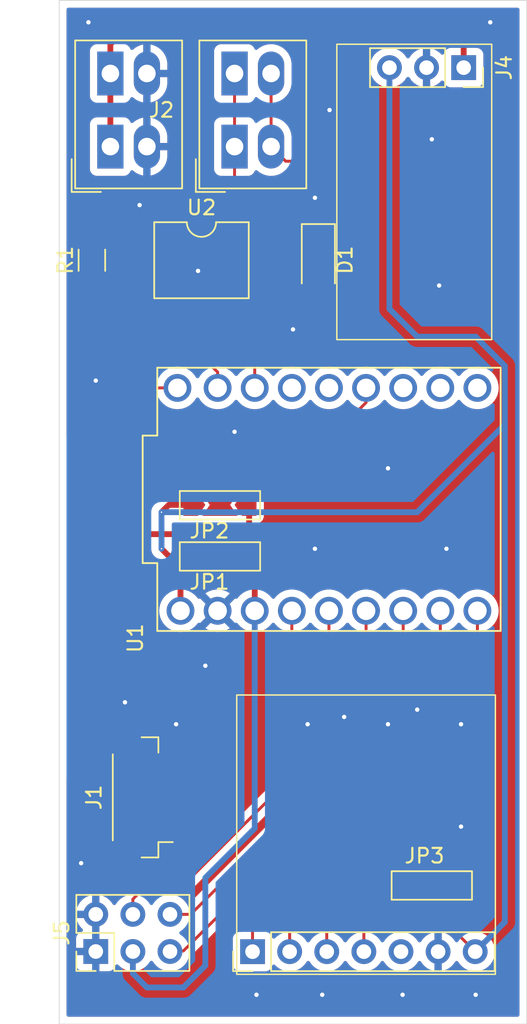
<source format=kicad_pcb>
(kicad_pcb (version 20240108) (generator "pcbnew") (generator_version "8.0")
  (layers (0 "F.Cu" signal) (31 "B.Cu" signal) (34 "B.Paste" user) (35 "F.Paste" user) (36 "B.SilkS" user "B.Silkscreen") (37 "F.SilkS" user "F.Silkscreen") (38 "B.Mask" user) (39 "F.Mask" user) (44 "Edge.Cuts" user))
  (net 0 "")
  (net 2 "Net-(J1-Pin_1)")
  (net 3 "Net-(J1-Pin_5)")
  (net 4 "Net-(J1-Pin_4)")
  (net 6 "/GND")
  (net 7 "/3v3")
  (net 8 "/5V")
  (net 9 "Net-(J1-Pin_3)")
  (net 10 "Net-(J1-Pin_6)")
  (net 11 "/24V")
  (net 12 "Net-(D1-A)")
  (net 13 "Net-(D1-K)")
  (net 14 "Net-(R1-Pad2)")
  (net 15 "Net-(U1-GPIO13)")
  (net 17 "Net-(J5-Pin_6)")
  (net 18 "Net-(J5-Pin_5)")
  (net 19 "Net-(J5-Pin_4)")
  (net 20 "Net-(J6-Pin_2)")
  (net 21 "Net-(J6-Pin_3)")
  (net 23 "Net-(J6-Pin_1)")
  (net 24 "Net-(J6-Pin_4)")
  (footprint "esp32kicadlibrary:MODULE_ESP32-S3_ZERO" (layer "F.Cu") (at 181.71 69.12 90)
    (property "Reference" "U1" (at -0.5 -1.5 90) (layer "F.SilkS"))
    (property "Value" "ESP32-S3_ZERO")
    (fp_line (start 13.36 -1) (end 4.64 -1) (stroke (width 0.127)) (layer "F.SilkS"))
    (fp_line (start 13.36 -1) (end 13.36 0) (stroke (width 0.127)) (layer "F.SilkS"))
    (fp_line (start 4.64 -1) (end 4.64 0) (stroke (width 0.127)) (layer "F.SilkS"))
    (fp_line (start 18 0) (end 13.36 0) (stroke (width 0.127)) (layer "F.SilkS"))
    (fp_line (start 4.64 0) (end 0 0) (stroke (width 0.127)) (layer "F.SilkS"))
    (fp_line (start 18 23.5) (end 18 0) (stroke (width 0.127)) (layer "F.SilkS"))
    (fp_line (start 18 23.5) (end 0 23.5) (stroke (width 0.127)) (layer "F.SilkS"))
    (fp_line (start 0 23.5) (end 0 0) (stroke (width 0.127)) (layer "F.SilkS"))
    (pad "1" thru_hole circle (at 1.38 9.21 90) (size 1.905 1.905) (drill 1.27) (layers "*.Cu" "*.Mask") (net 19 "Net-(J5-Pin_4)"))
    (pad "2" thru_hole circle (at 1.38 11.75 90) (size 1.905 1.905) (drill 1.27) (layers "*.Cu" "*.Mask") (net 17 "Net-(J5-Pin_6)"))
    (pad "3" thru_hole circle (at 1.38 14.29 90) (size 1.905 1.905) (drill 1.27) (layers "*.Cu" "*.Mask") (net 18 "Net-(J5-Pin_5)"))
    (pad "3.3" thru_hole circle (at 1.38 6.67 90) (size 1.905 1.905) (drill 1.27) (layers "*.Cu" "*.Mask") (net 7 "/3v3"))
    (pad "4" thru_hole circle (at 1.38 16.83 90) (size 1.905 1.905) (drill 1.27) (layers "*.Cu" "*.Mask") (net 23 "Net-(J6-Pin_1)"))
    (pad "5" thru_hole circle (at 1.38 19.37 90) (size 1.905 1.905) (drill 1.27) (layers "*.Cu" "*.Mask") (net 20 "Net-(J6-Pin_2)"))
    (pad "5V" thru_hole circle (at 1.38 1.59 90) (size 1.905 1.905) (drill 1.27) (layers "*.Cu" "*.Mask") (net 8 "/5V"))
    (pad "6" thru_hole circle (at 1.38 21.91 90) (size 1.905 1.905) (drill 1.27) (layers "*.Cu" "*.Mask") (net 21 "Net-(J6-Pin_3)"))
    (pad "7" thru_hole circle (at 16.62 21.91 90) (size 1.905 1.905) (drill 1.27) (layers "*.Cu" "*.Mask"))
    (pad "8" thru_hole circle (at 16.62 19.37 90) (size 1.905 1.905) (drill 1.27) (layers "*.Cu" "*.Mask"))
    (pad "9" thru_hole circle (at 16.62 16.83 90) (size 1.905 1.905) (drill 1.27) (layers "*.Cu" "*.Mask"))
    (pad "10" thru_hole circle (at 16.62 14.29 90) (size 1.905 1.905) (drill 1.27) (layers "*.Cu" "*.Mask") (net 3 "Net-(J1-Pin_5)"))
    (pad "11" thru_hole circle (at 16.62 11.75 90) (size 1.905 1.905) (drill 1.27) (layers "*.Cu" "*.Mask"))
    (pad "12" thru_hole circle (at 16.62 9.21 90) (size 1.905 1.905) (drill 1.27) (layers "*.Cu" "*.Mask"))
    (pad "13" thru_hole circle (at 16.62 6.67 90) (size 1.905 1.905) (drill 1.27) (layers "*.Cu" "*.Mask") (net 15 "Net-(U1-GPIO13)"))
    (pad "G" thru_hole circle (at 1.38 4.13 90) (size 1.905 1.905) (drill 1.27) (layers "*.Cu" "*.Mask") (net 6 "/GND"))
    (pad "RX" thru_hole circle (at 16.62 4.13 90) (size 1.905 1.905) (drill 1.27) (layers "*.Cu" "*.Mask") (net 9 "Net-(J1-Pin_3)"))
    (pad "TX" thru_hole circle (at 16.62 1.38 90) (size 1.905 1.905) (drill 1.27) (layers "*.Cu" "*.Mask") (net 4 "Net-(J1-Pin_4)"))
  )
  (footprint "Jumper:SolderJumper-3_P2.0mm_Open_TrianglePad1.0x1.5mm_NumberLabels" (layer "F.Cu") (at 200.5 86.5 180)
    (property "Reference" "JP3" (at 0.5 2 0) (layer "F.SilkS"))
    (property "Value" "SolderJumper_3_Open" (hide yes))
    (fp_line (start 2.75 0.95) (end -2.75 0.95) (stroke (width 0.12)) (layer "F.SilkS"))
    (fp_line (start 2.75 -1) (end 2.75 0.95) (stroke (width 0.12)) (layer "F.SilkS"))
    (fp_line (start -2.75 0.95) (end -2.75 -1) (stroke (width 0.12)) (layer "F.SilkS"))
    (fp_line (start -2.75 -1) (end 2.75 -1) (stroke (width 0.12)) (layer "F.SilkS"))
    (pad "1" smd custom (at -2 0 180) (size 0.3 0.3) (layers "F.Cu" "F.Mask") (net 8 "/5V") (options (clearance outline) (anchor rect)) (primitives (gr_poly (pts (xy 1 0) (xy 0.5 0.75) (xy -0.5 0.75) (xy -0.5 -0.75) (xy 0.5 -0.75)) (width 0) (fill yes))))
    (pad "2" smd custom (at 0 0 180) (size 0.3 0.3) (layers "F.Cu") (net 24 "Net-(J6-Pin_4)") (options (clearance outline) (anchor rect)) (primitives (gr_poly (pts (xy 0.7 0) (xy 1.2 0.75) (xy -1.2 0.75) (xy -0.7 0) (xy -1.2 -0.75) (xy 1.2 -0.75)) (width 0) (fill yes))))
    (pad "3" smd custom (at 2 0) (size 0.3 0.3) (layers "F.Cu" "F.Mask") (net 6 "/GND") (options (clearance outline) (anchor rect)) (primitives (gr_poly (pts (xy 1 0) (xy 0.5 0.75) (xy -0.5 0.75) (xy -0.5 -0.75) (xy 0.5 -0.75)) (width 0) (fill yes))))
  )
  (footprint "Connector_PinSocket_2.54mm:PinSocket_1x03_P2.54mm_Vertical" (layer "F.Cu") (at 202.68 30.6 -90)
    (property "Reference" "J4" (at 0 -2.77 90) (layer "F.SilkS"))
    (property "Value" "Conn_01x03_Pin")
    (fp_line (start -1.33 6.41) (end 1.33 6.41) (stroke (width 0.12)) (layer "F.SilkS"))
    (fp_line (start -1.33 1.27) (end -1.33 6.41) (stroke (width 0.12)) (layer "F.SilkS"))
    (fp_line (start -1.33 1.27) (end 1.33 1.27) (stroke (width 0.12)) (layer "F.SilkS"))
    (fp_line (start 1.33 1.27) (end 1.33 6.41) (stroke (width 0.12)) (layer "F.SilkS"))
    (fp_line (start 0 -1.33) (end 1.33 -1.33) (stroke (width 0.12)) (layer "F.SilkS"))
    (fp_line (start 1.33 -1.33) (end 1.33 0) (stroke (width 0.12)) (layer "F.SilkS"))
    (pad "1" thru_hole rect (at 0 0 270) (size 1.7 1.7) (drill 1) (layers "*.Cu" "*.Mask") (net 11 "/24V"))
    (pad "2" thru_hole oval (at 0 2.54 270) (size 1.7 1.7) (drill 1) (layers "*.Cu" "*.Mask") (net 6 "/GND"))
    (pad "3" thru_hole oval (at 0 5.08 270) (size 1.7 1.7) (drill 1) (layers "*.Cu" "*.Mask") (net 8 "/5V"))
  )
  (footprint "Resistor_SMD:R_1206_3216Metric_Pad1.30x1.75mm_HandSolder" (layer "F.Cu") (at 177.235 43.77 90)
    (property "Reference" "R1" (at 0 -1.82 90) (layer "F.SilkS"))
    (property "Value" "R")
    (fp_line (start -0.727064 -0.91) (end 0.727064 -0.91) (stroke (width 0.12)) (layer "F.SilkS"))
    (fp_line (start -0.727064 0.91) (end 0.727064 0.91) (stroke (width 0.12)) (layer "F.SilkS"))
    (pad "1" smd roundrect (at -1.55 0 90) (size 1.3 1.75) (layers "F.Cu" "F.Paste" "F.Mask") (roundrect_rratio 0.192308) (net 15 "Net-(U1-GPIO13)"))
    (pad "2" smd roundrect (at 1.55 0 90) (size 1.3 1.75) (layers "F.Cu" "F.Paste" "F.Mask") (roundrect_rratio 0.192308) (net 14 "Net-(R1-Pad2)"))
  )
  (footprint "Jumper:SolderJumper-3_P2.0mm_Open_TrianglePad1.0x1.5mm_NumberLabels" (layer "F.Cu") (at 186 60.5 180)
    (property "Reference" "JP2" (at 0.725 -1.775 360) (layer "F.SilkS"))
    (property "Value" "SolderJumper_3_Open")
    (fp_line (start 2.75 0.95) (end -2.75 0.95) (stroke (width 0.12)) (layer "F.SilkS"))
    (fp_line (start 2.75 -1) (end 2.75 0.95) (stroke (width 0.12)) (layer "F.SilkS"))
    (fp_line (start -2.75 0.95) (end -2.75 -1) (stroke (width 0.12)) (layer "F.SilkS"))
    (fp_line (start -2.75 -1) (end 2.75 -1) (stroke (width 0.12)) (layer "F.SilkS"))
    (pad "1" smd custom (at -2 0 180) (size 0.3 0.3) (layers "F.Cu" "F.Mask") (net 7 "/3v3") (options (clearance outline) (anchor rect)) (primitives (gr_poly (pts (xy 1 0) (xy 0.5 0.75) (xy -0.5 0.75) (xy -0.5 -0.75) (xy 0.5 -0.75)) (width 0) (fill yes))))
    (pad "2" smd custom (at 0 0 180) (size 0.3 0.3) (layers "F.Cu") (net 10 "Net-(J1-Pin_6)") (options (clearance outline) (anchor rect)) (primitives (gr_poly (pts (xy 0.7 0) (xy 1.2 0.75) (xy -1.2 0.75) (xy -0.7 0) (xy -1.2 -0.75) (xy 1.2 -0.75)) (width 0) (fill yes))))
    (pad "3" smd custom (at 2 0) (size 0.3 0.3) (layers "F.Cu" "F.Mask") (net 8 "/5V") (options (clearance outline) (anchor rect)) (primitives (gr_poly (pts (xy 1 0) (xy 0.5 0.75) (xy -0.5 0.75) (xy -0.5 -0.75) (xy 0.5 -0.75)) (width 0) (fill yes))))
  )
  (footprint "TerminalBlock_Phoenix:TerminalBlock_Phoenix_PTSM-0,5-2-2.5-H-THR_1x02_P2.50mm_Horizontal" (layer "F.Cu") (at 187 36)
    (property "Reference" "J3" (hide yes))
    (property "Value" "Screw_Terminal_01x02")
    (fp_line (start -2.65 0.86) (end -2.65 3.1) (stroke (width 0.12)) (layer "F.SilkS"))
    (fp_line (start -2.65 3.1) (end -0.65 3.1) (stroke (width 0.12)) (layer "F.SilkS"))
    (fp_line (start -2.41 -7.26) (end -2.41 2.86) (stroke (width 0.12)) (layer "F.SilkS"))
    (fp_line (start -2.41 -7.26) (end 4.91 -7.26) (stroke (width 0.12)) (layer "F.SilkS"))
    (fp_line (start -2.41 2.86) (end 4.91 2.86) (stroke (width 0.12)) (layer "F.SilkS"))
    (fp_line (start 4.91 -7.26) (end 4.91 2.86) (stroke (width 0.12)) (layer "F.SilkS"))
    (pad "1" thru_hole rect (at 0 -5) (size 1.8 3) (drill 1.2) (layers "*.Cu" "*.Mask") (net 13 "Net-(D1-K)"))
    (pad "1" thru_hole rect (at 0 0) (size 1.8 3) (drill 1.2) (layers "*.Cu" "*.Mask") (net 13 "Net-(D1-K)"))
    (pad "2" thru_hole oval (at 2.5 -5) (size 1.8 3) (drill 1.2) (layers "*.Cu" "*.Mask") (net 12 "Net-(D1-A)"))
    (pad "2" thru_hole oval (at 2.5 0) (size 1.8 3) (drill 1.2) (layers "*.Cu" "*.Mask") (net 12 "Net-(D1-A)"))
  )
  (footprint "Connector_PinHeader_2.54mm:PinHeader_1x07_P2.54mm_Vertical" (layer "F.Cu") (at 188.23 91.05 90)
    (property "Reference" "J6" (hide yes))
    (property "Value" "Conn_01x07_Pin")
    (fp_line (start -1.33 -1.33) (end 0 -1.33) (stroke (width 0.12)) (layer "F.SilkS"))
    (fp_line (start -1.33 0) (end -1.33 -1.33) (stroke (width 0.12)) (layer "F.SilkS"))
    (fp_line (start 1.33 1.27) (end 1.33 16.57) (stroke (width 0.12)) (layer "F.SilkS"))
    (fp_line (start -1.33 1.27) (end 1.33 1.27) (stroke (width 0.12)) (layer "F.SilkS"))
    (fp_line (start -1.33 1.27) (end -1.33 16.57) (stroke (width 0.12)) (layer "F.SilkS"))
    (fp_line (start -1.33 16.57) (end 1.33 16.57) (stroke (width 0.12)) (layer "F.SilkS"))
    (pad "1" thru_hole rect (at 0 0 90) (size 1.7 1.7) (drill 1) (layers "*.Cu" "*.Mask") (net 23 "Net-(J6-Pin_1)"))
    (pad "2" thru_hole oval (at 0 2.54 90) (size 1.7 1.7) (drill 1) (layers "*.Cu" "*.Mask") (net 20 "Net-(J6-Pin_2)"))
    (pad "3" thru_hole oval (at 0 5.08 90) (size 1.7 1.7) (drill 1) (layers "*.Cu" "*.Mask") (net 21 "Net-(J6-Pin_3)"))
    (pad "4" thru_hole oval (at 0 7.62 90) (size 1.7 1.7) (drill 1) (layers "*.Cu" "*.Mask") (net 24 "Net-(J6-Pin_4)"))
    (pad "5" thru_hole oval (at 0 10.16 90) (size 1.7 1.7) (drill 1) (layers "*.Cu" "*.Mask"))
    (pad "6" thru_hole oval (at 0 12.7 90) (size 1.7 1.7) (drill 1) (layers "*.Cu" "*.Mask") (net 6 "/GND"))
    (pad "7" thru_hole oval (at 0 15.24 90) (size 1.7 1.7) (drill 1) (layers "*.Cu" "*.Mask") (net 8 "/5V"))
  )
  (footprint "Package_DIP:SMDIP-4_W9.53mm" (layer "F.Cu") (at 184.735 43.77)
    (property "Reference" "U2" (at 0 -3.6 0) (layer "F.SilkS"))
    (property "Value" "LTV-817S")
    (fp_line (start -3.235 -2.6) (end -3.235 2.6) (stroke (width 0.12)) (layer "F.SilkS"))
    (fp_line (start -3.235 2.6) (end 3.235 2.6) (stroke (width 0.12)) (layer "F.SilkS"))
    (fp_line (start -1 -2.6) (end -3.235 -2.6) (stroke (width 0.12)) (layer "F.SilkS"))
    (fp_line (start 3.235 -2.6) (end 1 -2.6) (stroke (width 0.12)) (layer "F.SilkS"))
    (fp_line (start 3.235 2.6) (end 3.235 -2.6) (stroke (width 0.12)) (layer "F.SilkS"))
    (fp_arc (start 1 -2.6) (mid 0 -1.6) (end -1 -2.6) (stroke (width 0.12)) (layer "F.SilkS"))
    (pad "1" smd rect (at -4.765 -1.27) (size 2 1.78) (layers "F.Cu" "F.Paste" "F.Mask") (net 14 "Net-(R1-Pad2)"))
    (pad "2" smd rect (at -4.765 1.27) (size 2 1.78) (layers "F.Cu" "F.Paste" "F.Mask") (net 6 "/GND"))
    (pad "3" smd rect (at 4.765 1.27) (size 2 1.78) (layers "F.Cu" "F.Paste" "F.Mask") (net 12 "Net-(D1-A)"))
    (pad "4" smd rect (at 4.765 -1.27) (size 2 1.78) (layers "F.Cu" "F.Paste" "F.Mask") (net 13 "Net-(D1-K)"))
  )
  (footprint "Connector_PinHeader_2.54mm:PinHeader_2x03_P2.54mm_Vertical" (layer "F.Cu") (at 177.5 91.04 90)
    (property "Reference" "J5" (at 1.27 -2.33 90) (layer "F.SilkS"))
    (property "Value" "Conn_01x06_Pin" (hide yes))
    (fp_line (start 3.87 -1.33) (end 3.87 6.41) (stroke (width 0.12)) (layer "F.SilkS"))
    (fp_line (start 1.27 -1.33) (end 3.87 -1.33) (stroke (width 0.12)) (layer "F.SilkS"))
    (fp_line (start -1.33 -1.33) (end 0 -1.33) (stroke (width 0.12)) (layer "F.SilkS"))
    (fp_line (start -1.33 0) (end -1.33 -1.33) (stroke (width 0.12)) (layer "F.SilkS"))
    (fp_line (start 1.27 1.27) (end 1.27 -1.33) (stroke (width 0.12)) (layer "F.SilkS"))
    (fp_line (start -1.33 1.27) (end 1.27 1.27) (stroke (width 0.12)) (layer "F.SilkS"))
    (fp_line (start -1.33 1.27) (end -1.33 6.41) (stroke (width 0.12)) (layer "F.SilkS"))
    (fp_line (start -1.33 6.41) (end 3.87 6.41) (stroke (width 0.12)) (layer "F.SilkS"))
    (pad "1" thru_hole rect (at 0 0 90) (size 1.7 1.7) (drill 1) (layers "*.Cu" "*.Mask") (net 6 "/GND"))
    (pad "2" thru_hole oval (at 2.54 0 90) (size 1.7 1.7) (drill 1) (layers "*.Cu" "*.Mask") (net 6 "/GND"))
    (pad "3" thru_hole oval (at 0 2.54 90) (size 1.7 1.7) (drill 1) (layers "*.Cu" "*.Mask") (net 7 "/3v3"))
    (pad "4" thru_hole oval (at 2.54 2.54 90) (size 1.7 1.7) (drill 1) (layers "*.Cu" "*.Mask") (net 19 "Net-(J5-Pin_4)"))
    (pad "5" thru_hole oval (at 0 5.08 90) (size 1.7 1.7) (drill 1) (layers "*.Cu" "*.Mask") (net 18 "Net-(J5-Pin_5)"))
    (pad "6" thru_hole oval (at 2.54 5.08 90) (size 1.7 1.7) (drill 1) (layers "*.Cu" "*.Mask") (net 17 "Net-(J5-Pin_6)"))
  )
  (footprint "Jumper:SolderJumper-3_P2.0mm_Open_TrianglePad1.0x1.5mm_NumberLabels" (layer "F.Cu") (at 186 64 180)
    (property "Reference" "JP1" (at 0.725 -1.775 360) (layer "F.SilkS"))
    (property "Value" "SolderJumper_3_Open")
    (fp_line (start 2.75 0.95) (end -2.75 0.95) (stroke (width 0.12)) (layer "F.SilkS"))
    (fp_line (start 2.75 -1) (end 2.75 0.95) (stroke (width 0.12)) (layer "F.SilkS"))
    (fp_line (start -2.75 0.95) (end -2.75 -1) (stroke (width 0.12)) (layer "F.SilkS"))
    (fp_line (start -2.75 -1) (end 2.75 -1) (stroke (width 0.12)) (layer "F.SilkS"))
    (pad "1" smd custom (at -2 0 180) (size 0.3 0.3) (layers "F.Cu" "F.Mask") (net 7 "/3v3") (options (clearance outline) (anchor rect)) (primitives (gr_poly (pts (xy 1 0) (xy 0.5 0.75) (xy -0.5 0.75) (xy -0.5 -0.75) (xy 0.5 -0.75)) (width 0) (fill yes))))
    (pad "2" smd custom (at 0 0 180) (size 0.3 0.3) (layers "F.Cu") (net 2 "Net-(J1-Pin_1)") (options (clearance outline) (anchor rect)) (primitives (gr_poly (pts (xy 0.7 0) (xy 1.2 0.75) (xy -1.2 0.75) (xy -0.7 0) (xy -1.2 -0.75) (xy 1.2 -0.75)) (width 0) (fill yes))))
    (pad "3" smd custom (at 2 0) (size 0.3 0.3) (layers "F.Cu" "F.Mask") (net 8 "/5V") (options (clearance outline) (anchor rect)) (primitives (gr_poly (pts (xy 1 0) (xy 0.5 0.75) (xy -0.5 0.75) (xy -0.5 -0.75) (xy 0.5 -0.75)) (width 0) (fill yes))))
  )
  (footprint "Connector_JST:JST_SH_BM06B-SRSS-TB_1x06-1MP_P1.00mm_Vertical" (layer "F.Cu") (at 180.675 80.5 90)
    (property "Reference" "J1" (at 0 -3.3 90) (layer "F.SilkS"))
    (property "Value" "Conn_01x06_Pin")
    (fp_line (start -2.94 -2.01) (end 2.94 -2.01) (stroke (width 0.12)) (layer "F.SilkS"))
    (fp_line (start 4.11 -0.04) (end 4.11 1.11) (stroke (width 0.12)) (layer "F.SilkS"))
    (fp_line (start -4.11 -0.04) (end -4.11 1.11) (stroke (width 0.12)) (layer "F.SilkS"))
    (fp_line (start 4.11 1.11) (end 3.06 1.11) (stroke (width 0.12)) (layer "F.SilkS"))
    (fp_line (start -3.06 1.11) (end -3.06 2.1) (stroke (width 0.12)) (layer "F.SilkS"))
    (fp_line (start -4.11 1.11) (end -3.06 1.11) (stroke (width 0.12)) (layer "F.SilkS"))
    (pad "1" smd roundrect (at -2.5 1.325 90) (size 0.6 1.55) (layers "F.Cu" "F.Paste" "F.Mask") (net 2 "Net-(J1-Pin_1)"))
    (pad "2" smd roundrect (at -1.5 1.325 90) (size 0.6 1.55) (layers "F.Cu" "F.Paste" "F.Mask") (net 6 "/GND"))
    (pad "3" smd roundrect (at -0.5 1.325 90) (size 0.6 1.55) (layers "F.Cu" "F.Paste" "F.Mask") (net 9 "Net-(J1-Pin_3)"))
    (pad "4" smd roundrect (at 0.5 1.325 90) (size 0.6 1.55) (layers "F.Cu" "F.Paste" "F.Mask") (net 4 "Net-(J1-Pin_4)"))
    (pad "5" smd roundrect (at 1.5 1.325 90) (size 0.6 1.55) (layers "F.Cu" "F.Paste" "F.Mask") (net 3 "Net-(J1-Pin_5)"))
    (pad "6" smd roundrect (at 2.5 1.325 90) (size 0.6 1.55) (layers "F.Cu" "F.Paste" "F.Mask") (net 10 "Net-(J1-Pin_6)"))
    (pad "MP" smd roundrect (at -3.8 -1.2 90) (size 1.2 1.8) (layers "F.Cu" "F.Paste" "F.Mask") (roundrect_rratio 0.208333))
    (pad "MP" smd roundrect (at 3.8 -1.2 90) (size 1.2 1.8) (layers "F.Cu" "F.Paste" "F.Mask") (roundrect_rratio 0.208333))
  )
  (footprint "Diode_SMD:D_1206_3216Metric_Pad1.42x1.75mm_HandSolder" (layer "F.Cu") (at 192.735 43.7575 -90)
    (property "Reference" "D1" (at 0 -1.82 90) (layer "F.SilkS"))
    (property "Value" "D")
    (fp_line (start -2.46 1.135) (end 1.6 1.135) (stroke (width 0.12)) (layer "F.SilkS"))
    (fp_line (start -2.46 -1.135) (end -2.46 1.135) (stroke (width 0.12)) (layer "F.SilkS"))
    (fp_line (start 1.6 -1.135) (end -2.46 -1.135) (stroke (width 0.12)) (layer "F.SilkS"))
    (pad "1" smd roundrect (at -1.4875 0 270) (size 1.425 1.75) (layers "F.Cu" "F.Paste" "F.Mask") (roundrect_rratio 0.175439) (net 13 "Net-(D1-K)"))
    (pad "2" smd roundrect (at 1.4875 0 270) (size 1.425 1.75) (layers "F.Cu" "F.Paste" "F.Mask") (roundrect_rratio 0.175439) (net 12 "Net-(D1-A)"))
  )
  (footprint "TerminalBlock_Phoenix:TerminalBlock_Phoenix_PTSM-0,5-2-2.5-H-THR_1x02_P2.50mm_Horizontal" (layer "F.Cu") (at 178.5 36)
    (property "Reference" "J2" (at 3.5 -2.5 0) (layer "F.SilkS"))
    (property "Value" "Screw_Terminal_01x02")
    (fp_line (start -2.65 0.86) (end -2.65 3.1) (stroke (width 0.12)) (layer "F.SilkS"))
    (fp_line (start -2.65 3.1) (end -0.65 3.1) (stroke (width 0.12)) (layer "F.SilkS"))
    (fp_line (start -2.41 -7.26) (end -2.41 2.86) (stroke (width 0.12)) (layer "F.SilkS"))
    (fp_line (start -2.41 -7.26) (end 4.91 -7.26) (stroke (width 0.12)) (layer "F.SilkS"))
    (fp_line (start -2.41 2.86) (end 4.91 2.86) (stroke (width 0.12)) (layer "F.SilkS"))
    (fp_line (start 4.91 -7.26) (end 4.91 2.86) (stroke (width 0.12)) (layer "F.SilkS"))
    (pad "1" thru_hole rect (at 0 -5) (size 1.8 3) (drill 1.2) (layers "*.Cu" "*.Mask") (net 11 "/24V"))
    (pad "1" thru_hole rect (at 0 0) (size 1.8 3) (drill 1.2) (layers "*.Cu" "*.Mask") (net 11 "/24V"))
    (pad "2" thru_hole oval (at 2.5 -5) (size 1.8 3) (drill 1.2) (layers "*.Cu" "*.Mask") (net 6 "/GND"))
    (pad "2" thru_hole oval (at 2.5 0) (size 1.8 3) (drill 1.2) (layers "*.Cu" "*.Mask") (net 6 "/GND"))
  )
  (gr_rect (start 194 29) (end 204.6 49.2) (stroke (width 0.1)) (fill none) (layer "F.SilkS"))
  (gr_rect (start 187.15 73.5) (end 204.85 92.6) (stroke (width 0.1)) (fill none) (layer "F.SilkS"))
  (gr_rect (start 175 26) (end 207 96) (stroke (width 0.05)) (fill none) (layer "Edge.Cuts"))
  (segment (start 184 82.5) (end 184 74) (width 0.4) (layer "F.Cu") (net 2))
  (segment (start 182 83) (end 183.5 83) (width 0.4) (layer "F.Cu") (net 2))
  (segment (start 184 74) (end 180 70) (width 0.4) (layer "F.Cu") (net 2))
  (segment (start 186 63) (end 186 64) (width 0.4) (layer "F.Cu") (net 2))
  (segment (start 180 63.5) (end 181 62.5) (width 0.4) (layer "F.Cu") (net 2))
  (segment (start 183.5 83) (end 184 82.5) (width 0.4) (layer "F.Cu") (net 2))
  (segment (start 185.5 62.5) (end 186 63) (width 0.4) (layer "F.Cu") (net 2))
  (segment (start 180 70) (end 180 63.5) (width 0.4) (layer "F.Cu") (net 2))
  (segment (start 181 62.5) (end 185.5 62.5) (width 0.4) (layer "F.Cu") (net 2))
  (segment (start 178 59.5) (end 180 57.5) (width 0.2) (layer "F.Cu") (net 3))
  (segment (start 178 78) (end 178 59.5) (width 0.2) (layer "F.Cu") (net 3))
  (segment (start 179 79) (end 178 78) (width 0.2) (layer "F.Cu") (net 3))
  (segment (start 180 57.5) (end 192 57.5) (width 0.2) (layer "F.Cu") (net 3))
  (segment (start 182 79) (end 179 79) (width 0.2) (layer "F.Cu") (net 3))
  (segment (start 192 57.5) (end 196 53.5) (width 0.2) (layer "F.Cu") (net 3))
  (segment (start 196 53.5) (end 196 52.5) (width 0.2) (layer "F.Cu") (net 3))
  (segment (start 181.5 52.5) (end 183.09 52.5) (width 0.2) (layer "F.Cu") (net 4))
  (segment (start 178.5 80) (end 177 78.5) (width 0.2) (layer "F.Cu") (net 4))
  (segment (start 177 57) (end 181.5 52.5) (width 0.2) (layer "F.Cu") (net 4))
  (segment (start 177 78.5) (end 177 57) (width 0.2) (layer "F.Cu") (net 4))
  (segment (start 182 80) (end 178.5 80) (width 0.2) (layer "F.Cu") (net 4))
  (via (at 192.5 63.5) (size 0.6) (drill 0.3) (layers "F.Cu" "B.Cu") (net 6))
  (via (at 197.5 58) (size 0.6) (drill 0.3) (layers "F.Cu" "B.Cu") (net 6))
  (via (at 191 48.5) (size 0.6) (drill 0.3) (layers "F.Cu" "B.Cu") (net 6))
  (via (at 185 71.5) (size 0.6) (drill 0.3) (layers "F.Cu" "B.Cu") (net 6))
  (via (at 202.5 82.5) (size 0.6) (drill 0.3) (layers "F.Cu" "B.Cu") (net 6))
  (via (at 177.5 52) (size 0.6) (drill 0.3) (layers "F.Cu" "B.Cu") (net 6))
  (via (at 179.5 74) (size 0.6) (drill 0.3) (layers "F.Cu" "B.Cu") (net 6))
  (via (at 192.5 39.5) (size 0.6) (drill 0.3) (layers "F.Cu" "B.Cu") (net 6))
  (via (at 203.5 94) (size 0.6) (drill 0.3) (layers "F.Cu" "B.Cu") (net 6))
  (via (at 201 45.5) (size 0.6) (drill 0.3) (layers "F.Cu" "B.Cu") (net 6))
  (via (at 200.5 35.5) (size 0.6) (drill 0.3) (layers "F.Cu" "B.Cu") (net 6))
  (via (at 199.5 74.5) (size 0.6) (drill 0.3) (layers "F.Cu" "B.Cu") (net 6))
  (via (at 183 75.5) (size 0.6) (drill 0.3) (layers "F.Cu" "B.Cu") (net 6))
  (via (at 177 27.5) (size 0.6) (drill 0.3) (layers "F.Cu" "B.Cu") (net 6))
  (via (at 192 75.5) (size 0.6) (drill 0.3) (layers "F.Cu" "B.Cu") (net 6))
  (via (at 193.5 33.5) (size 0.6) (drill 0.3) (layers "F.Cu" "B.Cu") (net 6))
  (via (at 202.5 75.5) (size 0.6) (drill 0.3) (layers "F.Cu" "B.Cu") (net 6))
  (via (at 187 55.5) (size 0.6) (drill 0.3) (layers "F.Cu" "B.Cu") (net 6))
  (via (at 194.5 75) (size 0.6) (drill 0.3) (layers "F.Cu" "B.Cu") (net 6))
  (via (at 188.5 94) (size 0.6) (drill 0.3) (layers "F.Cu" "B.Cu") (net 6))
  (via (at 204.5 27.5) (size 0.6) (drill 0.3) (layers "F.Cu" "B.Cu") (net 6))
  (via (at 184.5 44.5) (size 0.6) (drill 0.3) (layers "F.Cu" "B.Cu") (net 6))
  (via (at 180.5 40) (size 0.6) (drill 0.3) (layers "F.Cu" "B.Cu") (net 6))
  (via (at 176.5 85) (size 0.6) (drill 0.3) (layers "F.Cu" "B.Cu") (net 6))
  (via (at 198.5 94) (size 0.6) (drill 0.3) (layers "F.Cu" "B.Cu") (net 6))
  (via (at 197.5 75.5) (size 0.6) (drill 0.3) (layers "F.Cu" "B.Cu") (net 6))
  (via (at 193 94) (size 0.6) (drill 0.3) (layers "F.Cu" "B.Cu") (net 6))
  (via (at 201.5 63.5) (size 0.6) (drill 0.3) (layers "F.Cu" "B.Cu") (net 6))
  (segment (start 188 64) (end 188 60.5) (width 0.4) (layer "F.Cu") (net 7))
  (segment (start 188.38 64.38) (end 188 64) (width 0.2) (layer "F.Cu") (net 7))
  (segment (start 188.38 67.74) (end 188.38 64.38) (width 0.4) (layer "F.Cu") (net 7))
  (segment (start 185 86) (end 185 92) (width 0.4) (layer "B.Cu") (net 7))
  (segment (start 188.38 67.74) (end 188.38 82.62) (width 0.4) (layer "B.Cu") (net 7))
  (segment (start 181 93.5) (end 180.04 92.54) (width 0.4) (layer "B.Cu") (net 7))
  (segment (start 188.38 82.62) (end 185 86) (width 0.4) (layer "B.Cu") (net 7))
  (segment (start 183.5 93.5) (end 181 93.5) (width 0.4) (layer "B.Cu") (net 7))
  (segment (start 180.04 92.54) (end 180.04 91.04) (width 0.4) (layer "B.Cu") (net 7))
  (segment (start 185 92) (end 183.5 93.5) (width 0.4) (layer "B.Cu") (net 7))
  (segment (start 183.3 64.7) (end 184 64) (width 0.4) (layer "F.Cu") (net 8))
  (segment (start 182 61) (end 182.5 60.5) (width 0.4) (layer "F.Cu") (net 8))
  (segment (start 182.5 64) (end 182 63.5) (width 0.4) (layer "F.Cu") (net 8))
  (segment (start 203.47 91.05) (end 202.5 90.08) (width 0.2) (layer "F.Cu") (net 8))
  (segment (start 183.3 67.74) (end 183.3 64.7) (width 0.4) (layer "F.Cu") (net 8))
  (segment (start 184 64) (end 182.5 64) (width 0.4) (layer "F.Cu") (net 8))
  (segment (start 202.5 90.08) (end 202.5 86.5) (width 0.2) (layer "F.Cu") (net 8))
  (segment (start 182.5 60.5) (end 184 60.5) (width 0.4) (layer "F.Cu") (net 8))
  (via micro (at 182 61) (size 0.3) (drill 0.1) (layers "F.Cu" "B.Cu") (net 8))
  (via micro (at 182 63.5) (size 0.3) (drill 0.1) (layers "F.Cu" "B.Cu") (net 8))
  (segment (start 205.5 55) (end 199.5 61) (width 0.4) (layer "B.Cu") (net 8))
  (segment (start 199.5 49) (end 203.5 49) (width 0.4) (layer "B.Cu") (net 8))
  (segment (start 205.5 55) (end 205.5 89.02) (width 0.4) (layer "B.Cu") (net 8))
  (segment (start 205.5 51) (end 205.5 55) (width 0.4) (layer "B.Cu") (net 8))
  (segment (start 199.5 61) (end 182 61) (width 0.4) (layer "B.Cu") (net 8))
  (segment (start 197.6 47.1) (end 199.5 49) (width 0.4) (layer "B.Cu") (net 8))
  (segment (start 197.6 30.6) (end 197.6 47.1) (width 0.4) (layer "B.Cu") (net 8))
  (segment (start 205.5 89.02) (end 203.47 91.05) (width 0.4) (layer "B.Cu") (net 8))
  (segment (start 182 63.5) (end 182 61) (width 0.4) (layer "B.Cu") (net 8))
  (segment (start 203.5 49) (end 205.5 51) (width 0.4) (layer "B.Cu") (net 8))
  (segment (start 182 50.5) (end 184.92 50.5) (width 0.2) (layer "F.Cu") (net 9))
  (segment (start 185.84 51.42) (end 185.84 52.5) (width 0.2) (layer "F.Cu") (net 9))
  (segment (start 178.5 81) (end 176 78.5) (width 0.2) (layer "F.Cu") (net 9))
  (segment (start 182 81) (end 178.5 81) (width 0.2) (layer "F.Cu") (net 9))
  (segment (start 184.92 50.5) (end 185.84 51.42) (width 0.2) (layer "F.Cu") (net 9))
  (segment (start 176 78.5) (end 176 56.5) (width 0.2) (layer "F.Cu") (net 9))
  (segment (start 176 56.5) (end 182 50.5) (width 0.2) (layer "F.Cu") (net 9))
  (segment (start 179 61) (end 181.5 58.5) (width 0.4) (layer "F.Cu") (net 10))
  (segment (start 181.5 73) (end 179 70.5) (width 0.4) (layer "F.Cu") (net 10))
  (segment (start 186 59.5) (end 186 60.5) (width 0.4) (layer "F.Cu") (net 10))
  (segment (start 179 70.5) (end 179 61) (width 0.4) (layer "F.Cu") (net 10))
  (segment (start 181.5 77.5) (end 181.5 73) (width 0.4) (layer "F.Cu") (net 10))
  (segment (start 182 78) (end 181.5 77.5) (width 0.4) (layer "F.Cu") (net 10))
  (segment (start 185 58.5) (end 186 59.5) (width 0.4) (layer "F.Cu") (net 10))
  (segment (start 181.5 58.5) (end 185 58.5) (width 0.4) (layer "F.Cu") (net 10))
  (segment (start 202.68 29.18) (end 202.68 30.6) (width 0.4) (layer "F.Cu") (net 11))
  (segment (start 179.5 28) (end 201.5 28) (width 0.4) (layer "F.Cu") (net 11))
  (segment (start 178.5 29) (end 179.5 28) (width 0.4) (layer "F.Cu") (net 11))
  (segment (start 201.5 28) (end 202.68 29.18) (width 0.4) (layer "F.Cu") (net 11))
  (segment (start 178.5 31) (end 178.5 29) (width 0.4) (layer "F.Cu") (net 11))
  (segment (start 178.5 36) (end 178.5 31) (width 0.4) (layer "F.Cu") (net 11))
  (segment (start 193.755 45.245) (end 192.735 45.245) (width 0.2) (layer "F.Cu") (net 12))
  (segment (start 195 44) (end 193.755 45.245) (width 0.2) (layer "F.Cu") (net 12))
  (segment (start 195 38.5) (end 195 44) (width 0.2) (layer "F.Cu") (net 12))
  (segment (start 189.5 31) (end 189.5 36) (width 0.2) (layer "F.Cu") (net 12))
  (segment (start 189.5 36) (end 190.5 37) (width 0.2) (layer "F.Cu") (net 12))
  (segment (start 189.5 45.04) (end 192.53 45.04) (width 0.2) (layer "F.Cu") (net 12))
  (segment (start 193.5 37) (end 195 38.5) (width 0.2) (layer "F.Cu") (net 12))
  (segment (start 192.53 45.04) (end 192.735 45.245) (width 0.2) (layer "F.Cu") (net 12))
  (segment (start 190.5 37) (end 193.5 37) (width 0.2) (layer "F.Cu") (net 12))
  (segment (start 190.23 42.27) (end 192.735 42.27) (width 0.2) (layer "F.Cu") (net 13))
  (segment (start 190 42.5) (end 190.23 42.27) (width 0.2) (layer "F.Cu") (net 13))
  (segment (start 187 40) (end 187 36) (width 0.2) (layer "F.Cu") (net 13))
  (segment (start 187 36) (end 187 31) (width 0.2) (layer "F.Cu") (net 13))
  (segment (start 189.5 42.5) (end 187 40) (width 0.2) (layer "F.Cu") (net 13))
  (segment (start 189.5 42.5) (end 190 42.5) (width 0.2) (layer "F.Cu") (net 13))
  (segment (start 179.97 42.5) (end 177.515 42.5) (width 0.2) (layer "F.Cu") (net 14))
  (segment (start 177.515 42.5) (end 177.235 42.22) (width 0.2) (layer "F.Cu") (net 14))
  (segment (start 188.38 50.88) (end 186.5 49) (width 0.2) (layer "F.Cu") (net 15))
  (segment (start 177.235 47.265) (end 177.235 45.32) (width 0.2) (layer "F.Cu") (net 15))
  (segment (start 178.97 49) (end 177.235 47.265) (width 0.2) (layer "F.Cu") (net 15))
  (segment (start 186.5 49) (end 178.97 49) (width 0.2) (layer "F.Cu") (net 15))
  (segment (start 188.38 52.5) (end 188.38 50.88) (width 0.2) (layer "F.Cu") (net 15))
  (segment (start 193.46 79.04) (end 193.46 67.74) (width 0.2) (layer "F.Cu") (net 17))
  (segment (start 184 88.5) (end 193.46 79.04) (width 0.2) (layer "F.Cu") (net 17))
  (segment (start 182.58 88.5) (end 184 88.5) (width 0.2) (layer "F.Cu") (net 17))
  (segment (start 182.58 91.04) (end 182.62 91) (width 0.2) (layer "F.Cu") (net 18))
  (segment (start 183.5 91) (end 196 78.5) (width 0.2) (layer "F.Cu") (net 18))
  (segment (start 196 78.5) (end 196 67.74) (width 0.2) (layer "F.Cu") (net 18))
  (segment (start 182.62 91) (end 183.5 91) (width 0.2) (layer "F.Cu") (net 18))
  (segment (start 180.04 87.46) (end 181 86.5) (width 0.2) (layer "F.Cu") (net 19))
  (segment (start 190.92 79.08) (end 190.92 67.74) (width 0.2) (layer "F.Cu") (net 19))
  (segment (start 183.5 86.5) (end 190.92 79.08) (width 0.2) (layer "F.Cu") (net 19))
  (segment (start 180.04 88.5) (end 180.04 87.46) (width 0.2) (layer "F.Cu") (net 19))
  (segment (start 181 86.5) (end 183.5 86.5) (width 0.2) (layer "F.Cu") (net 19))
  (segment (start 201.08 67.74) (end 201.08 77.42) (width 0.2) (layer "F.Cu") (net 20))
  (segment (start 201.08 77.42) (end 190.77 87.73) (width 0.2) (layer "F.Cu") (net 20))
  (segment (start 190.77 87.73) (end 190.77 91.05) (width 0.2) (layer "F.Cu") (net 20))
  (segment (start 193.31 87.69) (end 203.62 77.38) (width 0.2) (layer "F.Cu") (net 21))
  (segment (start 193.31 91.05) (end 193.31 87.69) (width 0.2) (layer "F.Cu") (net 21))
  (segment (start 203.62 77.38) (end 203.62 67.74) (width 0.2) (layer "F.Cu") (net 21))
  (segment (start 198.54 77.96) (end 198.54 67.74) (width 0.2) (layer "F.Cu") (net 23))
  (segment (start 188.23 88.27) (end 198.54 77.96) (width 0.2) (layer "F.Cu") (net 23))
  (segment (start 188.23 91.05) (end 188.23 88.27) (width 0.2) (layer "F.Cu") (net 23))
  (segment (start 196.5 89) (end 199.5 89) (width 0.2) (layer "F.Cu") (net 24))
  (segment (start 200.5 88) (end 200.5 86.5) (width 0.2) (layer "F.Cu") (net 24))
  (segment (start 199.5 89) (end 200.5 88) (width 0.2) (layer "F.Cu") (net 24))
  (segment (start 195.85 91.05) (end 195.85 89.65) (width 0.2) (layer "F.Cu") (net 24))
  (segment (start 195.85 89.65) (end 196.5 89) (width 0.2) (layer "F.Cu") (net 24))
  (zone (net 6) (net_name "/GND") (layers "F&B.Cu") (connect_pads (clearance 0.5)) (min_thickness 0.25) (fill yes (thermal_gap 0.5) (thermal_bridge_width 0.5))
    (polygon (pts (xy 175 96) (xy 207 96) (xy 207 26) (xy 175 26)))
  )
)
</source>
